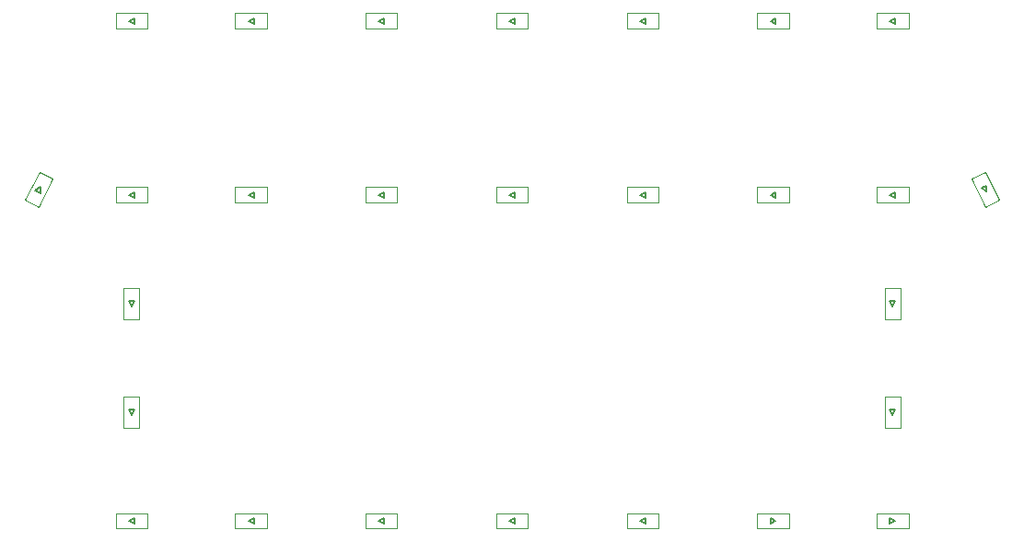
<source format=gto>
G04 #@! TF.GenerationSoftware,KiCad,Pcbnew,(5.0.2)-1*
G04 #@! TF.CreationDate,2020-02-29T00:21:09+09:00*
G04 #@! TF.ProjectId,House,486f7573-652e-46b6-9963-61645f706362,rev?*
G04 #@! TF.SameCoordinates,Original*
G04 #@! TF.FileFunction,Legend,Top*
G04 #@! TF.FilePolarity,Positive*
%FSLAX46Y46*%
G04 Gerber Fmt 4.6, Leading zero omitted, Abs format (unit mm)*
G04 Created by KiCad (PCBNEW (5.0.2)-1) date 2020/02/29 0:21:09*
%MOMM*%
%LPD*%
G01*
G04 APERTURE LIST*
%ADD10C,0.120000*%
%ADD11C,0.150000*%
G04 APERTURE END LIST*
D10*
G04 #@! TO.C,D13*
X172950000Y-98700000D02*
X172950000Y-97300000D01*
X170050000Y-98700000D02*
X170050000Y-97300000D01*
X170050000Y-97300000D02*
X172950000Y-97300000D01*
X172950000Y-98700000D02*
X170050000Y-98700000D01*
D11*
X171250000Y-98250000D02*
X171250000Y-97750000D01*
X171750000Y-98000000D02*
X171250000Y-98250000D01*
X171750000Y-98000000D02*
X171250000Y-97750000D01*
G04 #@! TO.C,D14*
X182750000Y-98000000D02*
X182250000Y-97750000D01*
X182750000Y-98000000D02*
X182250000Y-98250000D01*
X182250000Y-98250000D02*
X182250000Y-97750000D01*
D10*
X183950000Y-98700000D02*
X181050000Y-98700000D01*
X181050000Y-97300000D02*
X183950000Y-97300000D01*
X181050000Y-98700000D02*
X181050000Y-97300000D01*
X183950000Y-98700000D02*
X183950000Y-97300000D01*
G04 #@! TO.C,D15*
X181800000Y-89450000D02*
X183200000Y-89450000D01*
X181800000Y-86550000D02*
X183200000Y-86550000D01*
X183200000Y-86550000D02*
X183200000Y-89450000D01*
X181800000Y-89450000D02*
X181800000Y-86550000D01*
D11*
X182250000Y-87750000D02*
X182750000Y-87750000D01*
X182500000Y-88250000D02*
X182250000Y-87750000D01*
X182500000Y-88250000D02*
X182750000Y-87750000D01*
G04 #@! TO.C,D16*
X182500000Y-78250000D02*
X182750000Y-77750000D01*
X182500000Y-78250000D02*
X182250000Y-77750000D01*
X182250000Y-77750000D02*
X182750000Y-77750000D01*
D10*
X181800000Y-79450000D02*
X181800000Y-76550000D01*
X183200000Y-76550000D02*
X183200000Y-79450000D01*
X181800000Y-76550000D02*
X183200000Y-76550000D01*
X181800000Y-79450000D02*
X183200000Y-79450000D01*
D11*
G04 #@! TO.C,D17*
X112250000Y-68000000D02*
X112750000Y-68250000D01*
X112250000Y-68000000D02*
X112750000Y-67750000D01*
X112750000Y-67750000D02*
X112750000Y-68250000D01*
D10*
X111050000Y-67300000D02*
X113950000Y-67300000D01*
X113950000Y-68700000D02*
X111050000Y-68700000D01*
X113950000Y-67300000D02*
X113950000Y-68700000D01*
X111050000Y-67300000D02*
X111050000Y-68700000D01*
G04 #@! TO.C,D18*
X122050000Y-67300000D02*
X122050000Y-68700000D01*
X124950000Y-67300000D02*
X124950000Y-68700000D01*
X124950000Y-68700000D02*
X122050000Y-68700000D01*
X122050000Y-67300000D02*
X124950000Y-67300000D01*
D11*
X123750000Y-67750000D02*
X123750000Y-68250000D01*
X123250000Y-68000000D02*
X123750000Y-67750000D01*
X123250000Y-68000000D02*
X123750000Y-68250000D01*
G04 #@! TO.C,D19*
X135250000Y-68000000D02*
X135750000Y-68250000D01*
X135250000Y-68000000D02*
X135750000Y-67750000D01*
X135750000Y-67750000D02*
X135750000Y-68250000D01*
D10*
X134050000Y-67300000D02*
X136950000Y-67300000D01*
X136950000Y-68700000D02*
X134050000Y-68700000D01*
X136950000Y-67300000D02*
X136950000Y-68700000D01*
X134050000Y-67300000D02*
X134050000Y-68700000D01*
G04 #@! TO.C,D20*
X146050000Y-67300000D02*
X146050000Y-68700000D01*
X148950000Y-67300000D02*
X148950000Y-68700000D01*
X148950000Y-68700000D02*
X146050000Y-68700000D01*
X146050000Y-67300000D02*
X148950000Y-67300000D01*
D11*
X147750000Y-67750000D02*
X147750000Y-68250000D01*
X147250000Y-68000000D02*
X147750000Y-67750000D01*
X147250000Y-68000000D02*
X147750000Y-68250000D01*
G04 #@! TO.C,D21*
X159250000Y-68000000D02*
X159750000Y-68250000D01*
X159250000Y-68000000D02*
X159750000Y-67750000D01*
X159750000Y-67750000D02*
X159750000Y-68250000D01*
D10*
X158050000Y-67300000D02*
X160950000Y-67300000D01*
X160950000Y-68700000D02*
X158050000Y-68700000D01*
X160950000Y-67300000D02*
X160950000Y-68700000D01*
X158050000Y-67300000D02*
X158050000Y-68700000D01*
G04 #@! TO.C,D22*
X170050000Y-67300000D02*
X170050000Y-68700000D01*
X172950000Y-67300000D02*
X172950000Y-68700000D01*
X172950000Y-68700000D02*
X170050000Y-68700000D01*
X170050000Y-67300000D02*
X172950000Y-67300000D01*
D11*
X171750000Y-67750000D02*
X171750000Y-68250000D01*
X171250000Y-68000000D02*
X171750000Y-67750000D01*
X171250000Y-68000000D02*
X171750000Y-68250000D01*
G04 #@! TO.C,D23*
X182250000Y-68000000D02*
X182750000Y-68250000D01*
X182250000Y-68000000D02*
X182750000Y-67750000D01*
X182750000Y-67750000D02*
X182750000Y-68250000D01*
D10*
X181050000Y-67300000D02*
X183950000Y-67300000D01*
X183950000Y-68700000D02*
X181050000Y-68700000D01*
X183950000Y-67300000D02*
X183950000Y-68700000D01*
X181050000Y-67300000D02*
X181050000Y-68700000D01*
G04 #@! TO.C,D24*
X191023343Y-69109955D02*
X192275159Y-68483092D01*
X189724841Y-66516908D02*
X190976657Y-65890045D01*
X190976657Y-65890045D02*
X192275159Y-68483092D01*
X191023343Y-69109955D02*
X189724841Y-66516908D01*
D11*
X190664522Y-67388401D02*
X191111599Y-67164522D01*
X191111940Y-67723539D02*
X190664522Y-67388401D01*
X191111940Y-67723539D02*
X191111599Y-67164522D01*
G04 #@! TO.C,D25*
X135250000Y-98000000D02*
X135750000Y-98250000D01*
X135250000Y-98000000D02*
X135750000Y-97750000D01*
X135750000Y-97750000D02*
X135750000Y-98250000D01*
D10*
X134050000Y-97300000D02*
X136950000Y-97300000D01*
X136950000Y-98700000D02*
X134050000Y-98700000D01*
X136950000Y-97300000D02*
X136950000Y-98700000D01*
X134050000Y-97300000D02*
X134050000Y-98700000D01*
G04 #@! TO.C,D26*
X146050000Y-97300000D02*
X146050000Y-98700000D01*
X148950000Y-97300000D02*
X148950000Y-98700000D01*
X148950000Y-98700000D02*
X146050000Y-98700000D01*
X146050000Y-97300000D02*
X148950000Y-97300000D01*
D11*
X147750000Y-97750000D02*
X147750000Y-98250000D01*
X147250000Y-98000000D02*
X147750000Y-97750000D01*
X147250000Y-98000000D02*
X147750000Y-98250000D01*
D10*
G04 #@! TO.C,D27*
X158050000Y-97300000D02*
X158050000Y-98700000D01*
X160950000Y-97300000D02*
X160950000Y-98700000D01*
X160950000Y-98700000D02*
X158050000Y-98700000D01*
X158050000Y-97300000D02*
X160950000Y-97300000D01*
D11*
X159750000Y-97750000D02*
X159750000Y-98250000D01*
X159250000Y-98000000D02*
X159750000Y-97750000D01*
X159250000Y-98000000D02*
X159750000Y-98250000D01*
D10*
G04 #@! TO.C,D1*
X105275159Y-66516908D02*
X104023343Y-65890045D01*
X103976657Y-69109955D02*
X102724841Y-68483092D01*
X102724841Y-68483092D02*
X104023343Y-65890045D01*
X105275159Y-66516908D02*
X103976657Y-69109955D01*
D11*
X104111599Y-67835478D02*
X103664522Y-67611599D01*
X104111940Y-67276461D02*
X104111599Y-67835478D01*
X104111940Y-67276461D02*
X103664522Y-67611599D01*
D10*
G04 #@! TO.C,D2*
X111050000Y-51300000D02*
X111050000Y-52700000D01*
X113950000Y-51300000D02*
X113950000Y-52700000D01*
X113950000Y-52700000D02*
X111050000Y-52700000D01*
X111050000Y-51300000D02*
X113950000Y-51300000D01*
D11*
X112750000Y-51750000D02*
X112750000Y-52250000D01*
X112250000Y-52000000D02*
X112750000Y-51750000D01*
X112250000Y-52000000D02*
X112750000Y-52250000D01*
D10*
G04 #@! TO.C,D3*
X122050000Y-51300000D02*
X122050000Y-52700000D01*
X124950000Y-51300000D02*
X124950000Y-52700000D01*
X124950000Y-52700000D02*
X122050000Y-52700000D01*
X122050000Y-51300000D02*
X124950000Y-51300000D01*
D11*
X123750000Y-51750000D02*
X123750000Y-52250000D01*
X123250000Y-52000000D02*
X123750000Y-51750000D01*
X123250000Y-52000000D02*
X123750000Y-52250000D01*
D10*
G04 #@! TO.C,D4*
X134050000Y-51300000D02*
X134050000Y-52700000D01*
X136950000Y-51300000D02*
X136950000Y-52700000D01*
X136950000Y-52700000D02*
X134050000Y-52700000D01*
X134050000Y-51300000D02*
X136950000Y-51300000D01*
D11*
X135750000Y-51750000D02*
X135750000Y-52250000D01*
X135250000Y-52000000D02*
X135750000Y-51750000D01*
X135250000Y-52000000D02*
X135750000Y-52250000D01*
G04 #@! TO.C,D5*
X147250000Y-52000000D02*
X147750000Y-52250000D01*
X147250000Y-52000000D02*
X147750000Y-51750000D01*
X147750000Y-51750000D02*
X147750000Y-52250000D01*
D10*
X146050000Y-51300000D02*
X148950000Y-51300000D01*
X148950000Y-52700000D02*
X146050000Y-52700000D01*
X148950000Y-51300000D02*
X148950000Y-52700000D01*
X146050000Y-51300000D02*
X146050000Y-52700000D01*
D11*
G04 #@! TO.C,D6*
X159250000Y-52000000D02*
X159750000Y-52250000D01*
X159250000Y-52000000D02*
X159750000Y-51750000D01*
X159750000Y-51750000D02*
X159750000Y-52250000D01*
D10*
X158050000Y-51300000D02*
X160950000Y-51300000D01*
X160950000Y-52700000D02*
X158050000Y-52700000D01*
X160950000Y-51300000D02*
X160950000Y-52700000D01*
X158050000Y-51300000D02*
X158050000Y-52700000D01*
G04 #@! TO.C,D7*
X170050000Y-51300000D02*
X170050000Y-52700000D01*
X172950000Y-51300000D02*
X172950000Y-52700000D01*
X172950000Y-52700000D02*
X170050000Y-52700000D01*
X170050000Y-51300000D02*
X172950000Y-51300000D01*
D11*
X171750000Y-51750000D02*
X171750000Y-52250000D01*
X171250000Y-52000000D02*
X171750000Y-51750000D01*
X171250000Y-52000000D02*
X171750000Y-52250000D01*
D10*
G04 #@! TO.C,D8*
X181050000Y-51300000D02*
X181050000Y-52700000D01*
X183950000Y-51300000D02*
X183950000Y-52700000D01*
X183950000Y-52700000D02*
X181050000Y-52700000D01*
X181050000Y-51300000D02*
X183950000Y-51300000D01*
D11*
X182750000Y-51750000D02*
X182750000Y-52250000D01*
X182250000Y-52000000D02*
X182750000Y-51750000D01*
X182250000Y-52000000D02*
X182750000Y-52250000D01*
G04 #@! TO.C,D9*
X112500000Y-78250000D02*
X112750000Y-77750000D01*
X112500000Y-78250000D02*
X112250000Y-77750000D01*
X112250000Y-77750000D02*
X112750000Y-77750000D01*
D10*
X111800000Y-79450000D02*
X111800000Y-76550000D01*
X113200000Y-76550000D02*
X113200000Y-79450000D01*
X111800000Y-76550000D02*
X113200000Y-76550000D01*
X111800000Y-79450000D02*
X113200000Y-79450000D01*
D11*
G04 #@! TO.C,D10*
X112500000Y-88250000D02*
X112750000Y-87750000D01*
X112500000Y-88250000D02*
X112250000Y-87750000D01*
X112250000Y-87750000D02*
X112750000Y-87750000D01*
D10*
X111800000Y-89450000D02*
X111800000Y-86550000D01*
X113200000Y-86550000D02*
X113200000Y-89450000D01*
X111800000Y-86550000D02*
X113200000Y-86550000D01*
X111800000Y-89450000D02*
X113200000Y-89450000D01*
G04 #@! TO.C,D11*
X111050000Y-97300000D02*
X111050000Y-98700000D01*
X113950000Y-97300000D02*
X113950000Y-98700000D01*
X113950000Y-98700000D02*
X111050000Y-98700000D01*
X111050000Y-97300000D02*
X113950000Y-97300000D01*
D11*
X112750000Y-97750000D02*
X112750000Y-98250000D01*
X112250000Y-98000000D02*
X112750000Y-97750000D01*
X112250000Y-98000000D02*
X112750000Y-98250000D01*
D10*
G04 #@! TO.C,D12*
X122050000Y-97300000D02*
X122050000Y-98700000D01*
X124950000Y-97300000D02*
X124950000Y-98700000D01*
X124950000Y-98700000D02*
X122050000Y-98700000D01*
X122050000Y-97300000D02*
X124950000Y-97300000D01*
D11*
X123750000Y-97750000D02*
X123750000Y-98250000D01*
X123250000Y-98000000D02*
X123750000Y-97750000D01*
X123250000Y-98000000D02*
X123750000Y-98250000D01*
G04 #@! TD*
M02*

</source>
